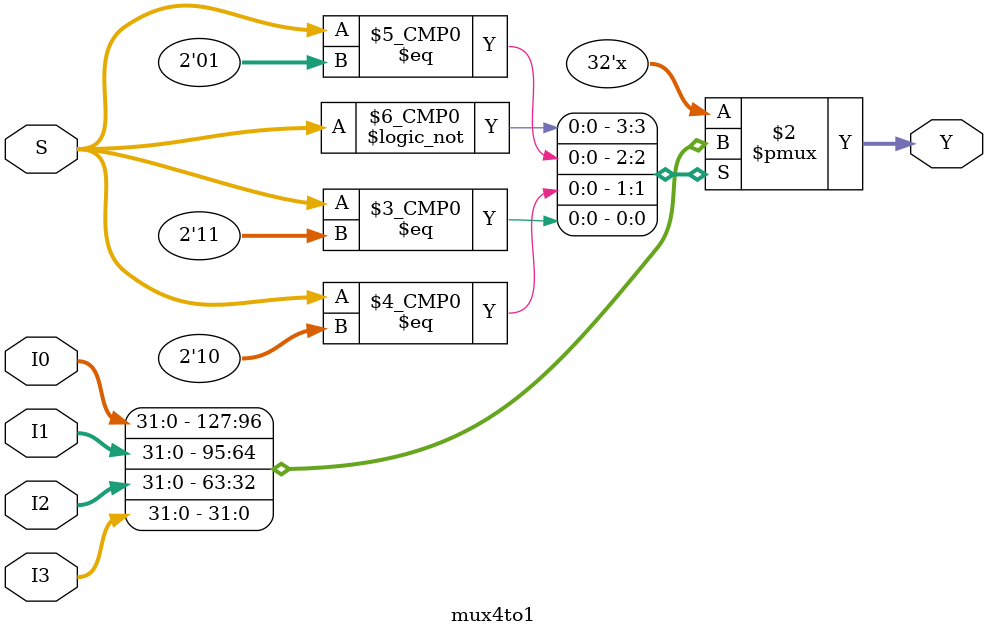
<source format=sv>

module mux4to1(
    output logic [31:0] Y,
    input [1:0] S,
    input [31:0] I0, I1, I2, I3
);

    always_comb begin
        case (S)
            'd0 : Y = I0;
            'd1 : Y = I1;
            'd2 : Y = I2;
            'd3 : Y = I3;
        endcase
    end
endmodule

</source>
